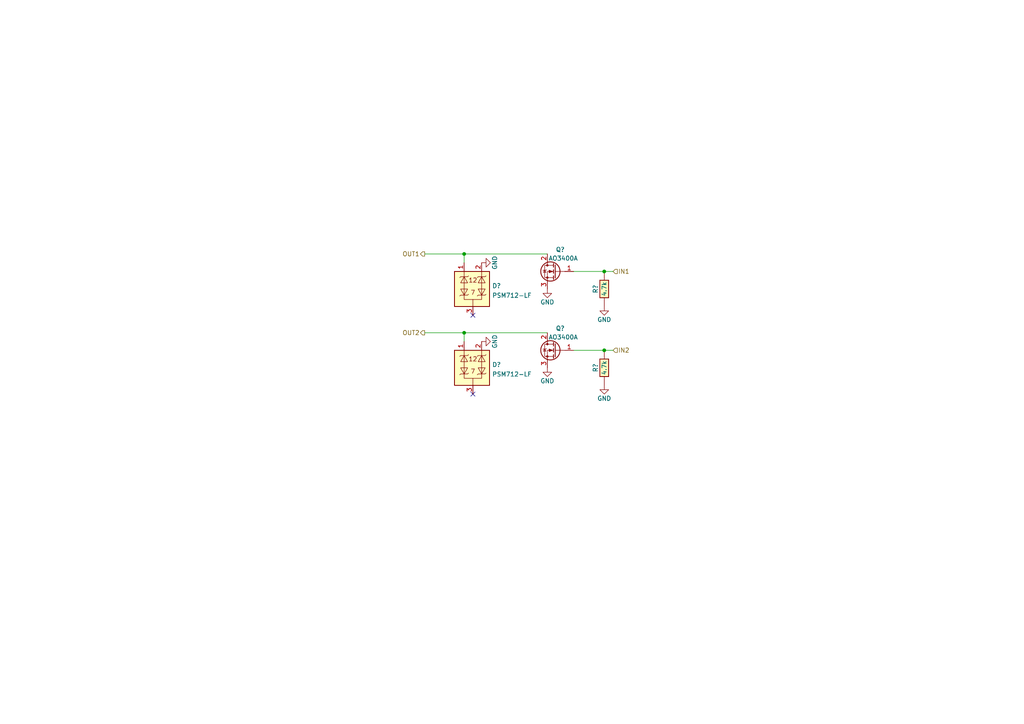
<source format=kicad_sch>
(kicad_sch (version 20230121) (generator eeschema)
  (paper "A4")
  (lib_symbols
    (symbol "hellen-one-common:MOSFET-N" (pin_names hide)
      (property "Reference" "Q" (at 5.08 6.35 0))
      (property "Value" "MOSFET-N" (at 2.54 3.81 0))
      (symbol "MOSFET-N_0_1"
        (polyline (pts (xy 0.254 0) (xy -2.54 0)))
        (polyline (pts (xy 0.254 1.905) (xy 0.254 -1.905)) (stroke (width 0.254)))
        (polyline (pts (xy 0.762 -1.27) (xy 0.762 -2.286)) (stroke (width 0.254)))
        (polyline (pts (xy 0.762 0.508) (xy 0.762 -0.508)) (stroke (width 0.254)))
        (polyline (pts (xy 0.762 2.286) (xy 0.762 1.27)) (stroke (width 0.254)))
        (polyline (pts (xy 2.54 2.54) (xy 2.54 1.778)))
        (polyline (pts (xy 2.54 -2.54) (xy 2.54 0) (xy 0.762 0)))
        (polyline (pts (xy 0.762 -1.778) (xy 3.302 -1.778) (xy 3.302 1.778) (xy 0.762 1.778)))
        (polyline (pts (xy 1.016 0) (xy 2.032 0.381) (xy 2.032 -0.381) (xy 1.016 0)) (fill (type outline)))
        (polyline (pts (xy 2.794 0.508) (xy 2.921 0.381) (xy 3.683 0.381) (xy 3.81 0.254)))
        (polyline (pts (xy 3.302 0.381) (xy 2.921 -0.254) (xy 3.683 -0.254) (xy 3.302 0.381)))
        (circle (center 1.651 0) (radius 2.794) (stroke (width 0.254)))
        (circle (center 2.54 -1.778) (radius 0.254) (fill (type outline)))
        (circle (center 2.54 1.778) (radius 0.254) (fill (type outline)))
      )
      (symbol "MOSFET-N_1_1"
        (pin input line (at -5.08 0 0) (length 2.54) (name "G") (number "1"))
        (pin passive line (at 2.54 5.08 270) (length 2.54) (name "D") (number "2"))
        (pin passive line (at 2.54 -5.08 90) (length 2.54) (name "S") (number "3"))
      )
    )
    (symbol "hellen-one-common:PSM712"
      (property "Reference" "D?" (at 3.302 0.9085 0))
      (property "Value" "PSM712" (at 3.302 -1.8666 0))
      (symbol "PSM712_0_0"
        (text "12" (at -2.286 2.54 0) (effects (font (size 1.27 1.27))))
        (text "7" (at -2.286 -1.016 0) (effects (font (size 1.27 1.27))))
      )
      (symbol "PSM712_0_1"
        (rectangle (start -7.62 5.08) (end 2.54 -5.08) (stroke (width 0.254)) (fill (type background)))
        (polyline (pts (xy -4.826 5.08) (xy -4.826 -3.048) (xy -2.286 -3.048)) (stroke (width 0.1524)))
        (polyline (pts (xy -6.096 3.302) (xy -5.842 3.556) (xy -3.81 3.556) (xy -3.556 3.81)) (stroke (width 0.1524)))
        (polyline (pts (xy -4.826 -1.778) (xy -3.81 0) (xy -5.842 0) (xy -4.826 -1.778)) (stroke (width 0.1524)))
        (polyline (pts (xy -4.826 3.556) (xy -5.842 1.778) (xy -3.81 1.778) (xy -4.826 3.556)) (stroke (width 0.1524)))
        (polyline (pts (xy -3.556 -1.524) (xy -3.81 -1.778) (xy -5.842 -1.778) (xy -6.096 -2.032)) (stroke (width 0.1524)))
        (polyline (pts (xy -1.016 3.302) (xy -0.762 3.556) (xy 1.27 3.556) (xy 1.524 3.81)) (stroke (width 0.1524)))
        (polyline (pts (xy 0.254 -1.778) (xy 1.27 0) (xy -0.762 0) (xy 0.254 -1.778)) (stroke (width 0.1524)))
        (polyline (pts (xy 0.254 3.556) (xy -0.762 1.778) (xy 1.27 1.778) (xy 0.254 3.556)) (stroke (width 0.1524)))
        (polyline (pts (xy 0.254 5.08) (xy 0.254 -3.048) (xy -2.286 -3.048) (xy -2.286 -5.08)) (stroke (width 0.1524)))
        (polyline (pts (xy 1.524 -1.524) (xy 1.27 -1.778) (xy -0.762 -1.778) (xy -1.016 -2.032)) (stroke (width 0.1524)))
      )
      (symbol "PSM712_1_1"
        (pin passive line (at -4.826 7.62 270) (length 2.54) (name "") (number "1"))
        (pin passive line (at 0.254 7.62 270) (length 2.54) (name "") (number "2"))
        (pin passive line (at -2.286 -7.62 90) (length 2.54) (name "") (number "3"))
      )
    )
    (symbol "hellen-one-common:Res" (pin_numbers hide)
      (property "Reference" "R" (at 3.81 2.54 0))
      (property "Value" "Res" (at 5.08 -2.54 0))
      (symbol "Res_1_0"
        (rectangle (start 2.54 -1.27) (end 7.62 1.27) (stroke (width 0.254)) (fill (type background)))
        (pin passive line (at 0 0 0) (length 2.54) (name "") (number "1"))
        (pin passive line (at 10.16 0 180) (length 2.54) (name "") (number "2"))
      )
    )
    (symbol "power:GND" (power) (pin_names (offset 0))
      (property "Value" "GND" (at 0 -3.81 0))
      (symbol "GND_0_1"
        (polyline (pts (xy 0 0) (xy 0 -1.27) (xy 1.27 -1.27) (xy 0 -2.54) (xy -1.27 -1.27) (xy 0 -1.27)))
      )
      (symbol "GND_1_1"
        (pin power_in line (at 0 0 270) (length 0) hide (name "GND") (number "1"))
      )
    )
  )
  (junction (at 134.62 96.52))
  (junction (at 175.26 101.6))
  (junction (at 134.62 73.66))
  (junction (at 175.26 78.74))
  (no_connect (at 137.16 91.44))
  (no_connect (at 137.16 114.3))
  (wire (pts (xy 134.62 96.52) (xy 134.62 99.06)))
  (wire (pts (xy 175.26 101.6) (xy 177.8 101.6)))
  (wire (pts (xy 134.62 73.66) (xy 158.75 73.66)))
  (wire (pts (xy 123.19 73.66) (xy 134.62 73.66)))
  (wire (pts (xy 166.37 101.6) (xy 175.26 101.6)))
  (wire (pts (xy 134.62 73.66) (xy 134.62 76.2)))
  (wire (pts (xy 166.37 78.74) (xy 175.26 78.74)))
  (wire (pts (xy 123.19 96.52) (xy 134.62 96.52)))
  (wire (pts (xy 175.26 78.74) (xy 177.8 78.74)))
  (wire (pts (xy 134.62 96.52) (xy 158.75 96.52)))
  (hierarchical_label "OUT2" (shape output) (at 123.19 96.52 180))
  (hierarchical_label "IN2" (shape input) (at 177.8 101.6 0))
  (hierarchical_label "IN1" (shape input) (at 177.8 78.74 0))
  (hierarchical_label "OUT1" (shape output) (at 123.19 73.66 180))
  (symbol (lib_id "hellen-one-common:PSM712") (at 139.446 106.68 0) (unit 1)
    (property "Reference" "D?" (at 142.748 105.7715 0) (effects (justify left)))
    (property "Value" "PSM712-LF" (at 142.748 108.5466 0) (effects (justify left)))
    (property "Footprint" "footprints:SOT-23" (effects hide))
    (property "Datasheet" "https://datasheet.lcsc.com/lcsc/1811061632_ProTek-Devices-PSM712-LF-T7_C32677.pdf" (effects hide))
    (property "LCSC" "C32677" (effects hide))
    (instances (project "alphax_8ch" (path "" (reference "D?") (unit 1)) (path "" (reference "D?") (unit 1))) (project "bmw_v6_90pin" (path "" (reference "D6") (unit 1))) (project "uaefi" (path "" (reference "D?") (unit 1))))
  )
  (symbol (lib_id "power:GND") (at 139.7 76.2 90) (mirror x) (unit 1)
    (property "Reference" "#PWR?" (effects hide))
    (property "Value" "GND" (at 143.51 76.2 0))
    (instances (project "alphax_8ch" (path "" (reference "#PWR?") (unit 1)) (path "" (reference "#PWR?") (unit 1))) (project "bmw_v6_90pin" (path "" (reference "#PWR0187") (unit 1))) (project "uaefi" (path "" (reference "#PWR?") (unit 1))))
  )
  (symbol (lib_id "power:GND") (at 139.7 99.06 90) (mirror x) (unit 1)
    (property "Reference" "#PWR?" (effects hide))
    (property "Value" "GND" (at 143.51 99.06 0))
    (instances (project "alphax_8ch" (path "" (reference "#PWR?") (unit 1)) (path "" (reference "#PWR?") (unit 1))) (project "bmw_v6_90pin" (path "" (reference "#PWR0183") (unit 1))) (project "uaefi" (path "" (reference "#PWR?") (unit 1))))
  )
  (symbol (lib_id "power:GND") (at 175.26 88.9 0) (unit 1)
    (property "Reference" "#PWR?" (effects hide))
    (property "Value" "GND" (at 175.26 92.71 0))
    (instances (project "alphax_8ch" (path "" (reference "#PWR?") (unit 1)) (path "" (reference "#PWR?") (unit 1))) (project "bmw_v6_90pin" (path "" (reference "#PWR0184") (unit 1))) (project "uaefi" (path "" (reference "#PWR?") (unit 1))))
  )
  (symbol (lib_id "power:GND") (at 158.75 83.82 0) (mirror y) (unit 1)
    (property "Reference" "#PWR?" (effects hide))
    (property "Value" "GND" (at 158.75 87.63 0))
    (instances (project "alphax_8ch" (path "" (reference "#PWR?") (unit 1)) (path "" (reference "#PWR?") (unit 1))) (project "bmw_v6_90pin" (path "" (reference "#PWR0182") (unit 1))) (project "uaefi" (path "" (reference "#PWR?") (unit 1))))
  )
  (symbol (lib_id "power:GND") (at 175.26 111.76 0) (unit 1)
    (property "Reference" "#PWR?" (effects hide))
    (property "Value" "GND" (at 175.26 115.57 0))
    (instances (project "alphax_8ch" (path "" (reference "#PWR?") (unit 1)) (path "" (reference "#PWR?") (unit 1))) (project "bmw_v6_90pin" (path "" (reference "#PWR0185") (unit 1))) (project "uaefi" (path "" (reference "#PWR?") (unit 1))))
  )
  (symbol (lib_id "hellen-one-common:MOSFET-N") (at 161.29 78.74 0) (mirror y) (unit 1)
    (property "Reference" "Q?" (at 163.83 72.39 0) (effects (justify left)))
    (property "Value" "AO3400A" (at 167.64 74.93 0) (effects (justify left)))
    (property "Footprint" "footprints:SOT-23" (effects hide))
    (property "LCSC" " C20917" (effects hide))
    (instances (project "alphax_8ch" (path "" (reference "Q?") (unit 1)) (path "" (reference "Q?") (unit 1))) (project "bmw_v6_90pin" (path "" (reference "Q17") (unit 1))) (project "uaefi" (path "" (reference "Q?") (unit 1))))
  )
  (symbol (lib_id "hellen-one-common:MOSFET-N") (at 161.29 101.6 0) (mirror y) (unit 1)
    (property "Reference" "Q?" (at 163.83 95.25 0) (effects (justify left)))
    (property "Value" "AO3400A" (at 167.64 97.79 0) (effects (justify left)))
    (property "Footprint" "footprints:SOT-23" (effects hide))
    (property "LCSC" " C20917" (effects hide))
    (instances (project "alphax_8ch" (path "" (reference "Q?") (unit 1)) (path "" (reference "Q?") (unit 1))) (project "bmw_v6_90pin" (path "" (reference "Q18") (unit 1))) (project "uaefi" (path "" (reference "Q?") (unit 1))))
  )
  (symbol (lib_id "hellen-one-common:Res") (at 175.26 78.74 90) (mirror x) (unit 1)
    (property "Reference" "R?" (at 172.72 83.82 0))
    (property "Value" "4.7k" (at 175.26 83.82 0))
    (property "Footprint" "footprints:R0603" (effects hide))
    (property "LCSC" "C23162" (effects hide))
    (instances (project "alphax_8ch" (path "" (reference "R?") (unit 1)) (path "" (reference "R?") (unit 1))) (project "bmw_v6_90pin" (path "" (reference "R28") (unit 1))) (project "uaefi" (path "" (reference "R?") (unit 1))))
  )
  (symbol (lib_id "hellen-one-common:Res") (at 175.26 101.6 90) (mirror x) (unit 1)
    (property "Reference" "R?" (at 172.72 106.68 0))
    (property "Value" "4.7k" (at 175.26 106.68 0))
    (property "Footprint" "footprints:R0603" (effects hide))
    (property "LCSC" "C23162" (effects hide))
    (instances (project "alphax_8ch" (path "" (reference "R?") (unit 1)) (path "" (reference "R?") (unit 1))) (project "bmw_v6_90pin" (path "" (reference "R29") (unit 1))) (project "uaefi" (path "" (reference "R?") (unit 1))))
  )
  (symbol (lib_id "hellen-one-common:PSM712") (at 139.446 83.82 0) (unit 1)
    (property "Reference" "D?" (at 142.748 82.9115 0) (effects (justify left)))
    (property "Value" "PSM712-LF" (at 142.748 85.6866 0) (effects (justify left)))
    (property "Footprint" "footprints:SOT-23" (effects hide))
    (property "Datasheet" "https://datasheet.lcsc.com/lcsc/1811061632_ProTek-Devices-PSM712-LF-T7_C32677.pdf" (effects hide))
    (property "LCSC" "C32677" (effects hide))
    (instances (project "alphax_8ch" (path "" (reference "D?") (unit 1)) (path "" (reference "D?") (unit 1))) (project "bmw_v6_90pin" (path "" (reference "D5") (unit 1))) (project "uaefi" (path "" (reference "D?") (unit 1))))
  )
  (symbol (lib_id "power:GND") (at 158.75 106.68 0) (mirror y) (unit 1)
    (property "Reference" "#PWR?" (effects hide))
    (property "Value" "GND" (at 158.75 110.49 0))
    (instances (project "alphax_8ch" (path "" (reference "#PWR?") (unit 1)) (path "" (reference "#PWR?") (unit 1))) (project "bmw_v6_90pin" (path "" (reference "#PWR0186") (unit 1))) (project "uaefi" (path "" (reference "#PWR?") (unit 1))))
  )
)
</source>
